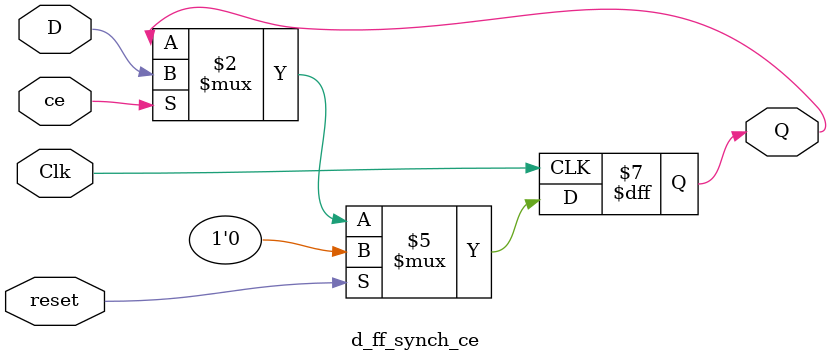
<source format=v>
`timescale 1ns / 1ps


module d_ff_synch_ce(
    input D, Clk, ce, reset,
    output reg Q);
    
    always @ (posedge Clk) begin
        if (reset) Q <= 0;
        else begin
            if (ce) Q <= D;
        end
    end
endmodule

</source>
